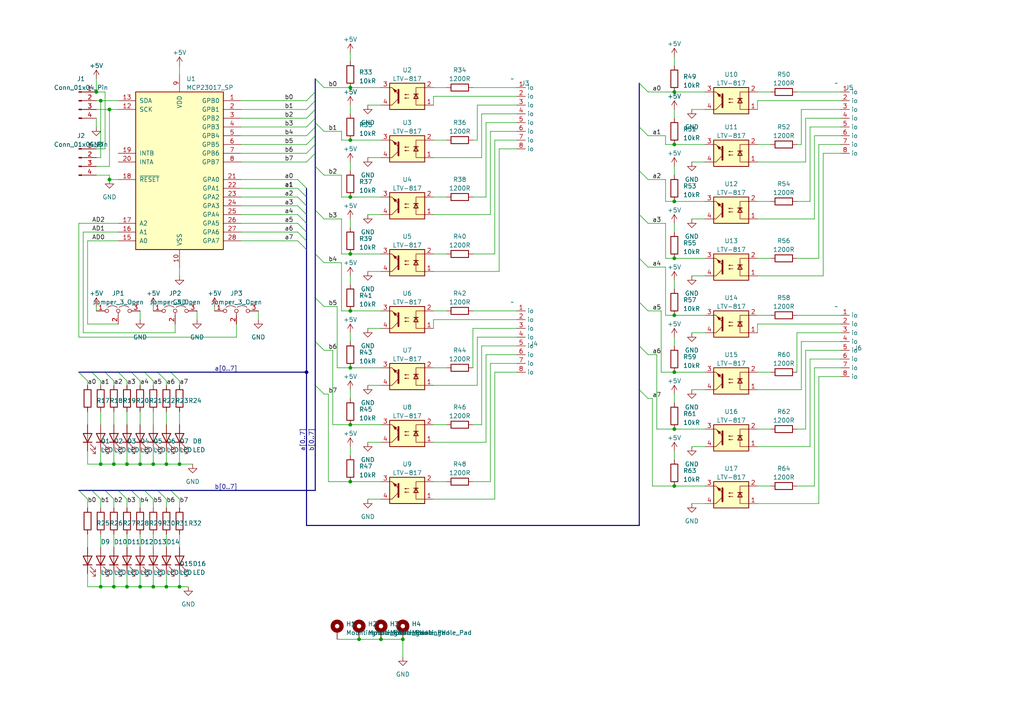
<source format=kicad_sch>
(kicad_sch (version 20230121) (generator eeschema)
  (paper "A4")
  (junction (at 101.6 123.19))
  (junction (at 44.45 134.62))
  (junction (at 101.6 57.15))
  (junction (at 195.58 91.44))
  (junction (at 101.6 90.17))
  (junction (at 195.58 41.91))
  (junction (at 88.9 107.95))
  (junction (at 27.94 26.67))
  (junction (at 33.02 170.18))
  (junction (at 36.83 134.62))
  (junction (at 104.14 185.42))
  (junction (at 29.21 170.18))
  (junction (at 48.26 134.62))
  (junction (at 195.58 124.46))
  (junction (at 101.6 139.7))
  (junction (at 52.07 170.18))
  (junction (at 36.83 170.18))
  (junction (at 48.26 170.18))
  (junction (at 52.07 134.62))
  (junction (at 195.58 74.93))
  (junction (at 31.75 31.75))
  (junction (at 195.58 140.97))
  (junction (at 101.6 25.4))
  (junction (at 195.58 26.67))
  (junction (at 44.45 170.18))
  (junction (at 101.6 106.68))
  (junction (at 101.6 40.64))
  (junction (at 40.64 170.18))
  (junction (at 116.84 185.42))
  (junction (at 195.58 58.42))
  (junction (at 29.21 29.21))
  (junction (at 29.21 134.62))
  (junction (at 101.6 73.66))
  (junction (at 33.02 134.62))
  (junction (at 195.58 107.95))
  (junction (at 40.64 134.62))
  (junction (at 31.75 52.07))
  (junction (at 110.49 185.42))
  (bus_entry (at 41.91 142.24) (size 2.54 2.54))
  (bus_entry (at 91.44 22.86) (size 2.54 2.54))
  (bus_entry (at 91.44 41.91) (size -2.54 2.54))
  (bus_entry (at 38.1 142.24) (size 2.54 2.54))
  (bus_entry (at 91.44 39.37) (size -2.54 2.54))
  (bus_entry (at 185.42 62.23) (size 2.54 2.54))
  (bus_entry (at 26.67 107.95) (size 2.54 2.54))
  (bus_entry (at 185.42 100.33) (size 2.54 2.54))
  (bus_entry (at 86.36 64.77) (size 2.54 2.54))
  (bus_entry (at 91.44 60.96) (size 2.54 2.54))
  (bus_entry (at 34.29 142.24) (size 2.54 2.54))
  (bus_entry (at 91.44 31.75) (size -2.54 2.54))
  (bus_entry (at 91.44 73.66) (size 2.54 2.54))
  (bus_entry (at 22.86 142.24) (size 2.54 2.54))
  (bus_entry (at 185.42 36.83) (size 2.54 2.54))
  (bus_entry (at 185.42 113.03) (size 2.54 2.54))
  (bus_entry (at 91.44 34.29) (size -2.54 2.54))
  (bus_entry (at 45.72 107.95) (size 2.54 2.54))
  (bus_entry (at 185.42 49.53) (size 2.54 2.54))
  (bus_entry (at 45.72 142.24) (size 2.54 2.54))
  (bus_entry (at 91.44 44.45) (size -2.54 2.54))
  (bus_entry (at 38.1 107.95) (size 2.54 2.54))
  (bus_entry (at 86.36 57.15) (size 2.54 2.54))
  (bus_entry (at 185.42 74.93) (size 2.54 2.54))
  (bus_entry (at 41.91 107.95) (size 2.54 2.54))
  (bus_entry (at 86.36 62.23) (size 2.54 2.54))
  (bus_entry (at 49.53 142.24) (size 2.54 2.54))
  (bus_entry (at 86.36 67.31) (size 2.54 2.54))
  (bus_entry (at 91.44 36.83) (size -2.54 2.54))
  (bus_entry (at 86.36 59.69) (size 2.54 2.54))
  (bus_entry (at 91.44 35.56) (size 2.54 2.54))
  (bus_entry (at 34.29 107.95) (size 2.54 2.54))
  (bus_entry (at 185.42 24.13) (size 2.54 2.54))
  (bus_entry (at 26.67 142.24) (size 2.54 2.54))
  (bus_entry (at 30.48 107.95) (size 2.54 2.54))
  (bus_entry (at 88.9 29.21) (size 2.54 -2.54))
  (bus_entry (at 86.36 52.07) (size 2.54 2.54))
  (bus_entry (at 91.44 86.36) (size 2.54 2.54))
  (bus_entry (at 22.86 107.95) (size 2.54 2.54))
  (bus_entry (at 86.36 69.85) (size 2.54 2.54))
  (bus_entry (at 91.44 29.21) (size -2.54 2.54))
  (bus_entry (at 91.44 48.26) (size 2.54 2.54))
  (bus_entry (at 91.44 111.76) (size 2.54 2.54))
  (bus_entry (at 91.44 99.06) (size 2.54 2.54))
  (bus_entry (at 30.48 142.24) (size 2.54 2.54))
  (bus_entry (at 185.42 87.63) (size 2.54 2.54))
  (bus_entry (at 86.36 54.61) (size 2.54 2.54))
  (bus_entry (at 49.53 107.95) (size 2.54 2.54))
  (wire (pts (xy 40.64 90.17) (xy 40.64 92.71)))
  (wire (pts (xy 101.6 90.17) (xy 110.49 90.17)))
  (wire (pts (xy 69.85 31.75) (xy 88.9 31.75)))
  (wire (pts (xy 187.96 77.47) (xy 193.04 77.47)))
  (bus (pts (xy 38.1 142.24) (xy 41.91 142.24)))
  (wire (pts (xy 29.21 119.38) (xy 29.21 123.19)))
  (wire (pts (xy 195.58 91.44) (xy 204.47 91.44)))
  (wire (pts (xy 62.23 88.9) (xy 62.23 90.17)))
  (wire (pts (xy 101.6 40.64) (xy 110.49 40.64)))
  (wire (pts (xy 238.76 44.45) (xy 238.76 80.01)))
  (bus (pts (xy 49.53 142.24) (xy 91.44 142.24)))
  (bus (pts (xy 185.42 113.03) (xy 185.42 152.4)))
  (wire (pts (xy 69.85 62.23) (xy 86.36 62.23)))
  (wire (pts (xy 33.02 166.37) (xy 33.02 170.18)))
  (wire (pts (xy 30.48 43.18) (xy 30.48 26.67)))
  (bus (pts (xy 38.1 107.95) (xy 41.91 107.95)))
  (wire (pts (xy 195.58 97.79) (xy 195.58 100.33)))
  (wire (pts (xy 200.66 31.75) (xy 204.47 31.75)))
  (wire (pts (xy 52.07 19.05) (xy 52.07 21.59)))
  (wire (pts (xy 69.85 41.91) (xy 88.9 41.91)))
  (wire (pts (xy 233.68 34.29) (xy 233.68 46.99)))
  (bus (pts (xy 185.42 24.13) (xy 185.42 36.83)))
  (wire (pts (xy 29.21 130.81) (xy 29.21 134.62)))
  (wire (pts (xy 69.85 44.45) (xy 88.9 44.45)))
  (wire (pts (xy 187.96 39.37) (xy 193.04 39.37)))
  (wire (pts (xy 69.85 54.61) (xy 86.36 54.61)))
  (bus (pts (xy 88.9 152.4) (xy 185.42 152.4)))
  (wire (pts (xy 149.86 105.41) (xy 142.24 105.41)))
  (wire (pts (xy 138.43 40.64) (xy 138.43 30.48)))
  (wire (pts (xy 125.73 45.72) (xy 139.7 45.72)))
  (bus (pts (xy 41.91 142.24) (xy 45.72 142.24)))
  (wire (pts (xy 104.14 185.42) (xy 110.49 185.42)))
  (wire (pts (xy 236.22 106.68) (xy 236.22 140.97)))
  (wire (pts (xy 237.49 41.91) (xy 243.84 41.91)))
  (wire (pts (xy 36.83 134.62) (xy 40.64 134.62)))
  (wire (pts (xy 138.43 97.79) (xy 138.43 111.76)))
  (wire (pts (xy 232.41 31.75) (xy 243.84 31.75)))
  (wire (pts (xy 232.41 41.91) (xy 232.41 31.75)))
  (wire (pts (xy 125.73 73.66) (xy 129.54 73.66)))
  (wire (pts (xy 57.15 90.17) (xy 57.15 92.71)))
  (wire (pts (xy 36.83 166.37) (xy 36.83 170.18)))
  (wire (pts (xy 48.26 110.49) (xy 48.26 111.76)))
  (wire (pts (xy 48.26 170.18) (xy 52.07 170.18)))
  (bus (pts (xy 91.44 29.21) (xy 91.44 31.75)))
  (wire (pts (xy 93.98 114.3) (xy 95.25 114.3)))
  (wire (pts (xy 97.79 185.42) (xy 104.14 185.42)))
  (wire (pts (xy 234.95 36.83) (xy 243.84 36.83)))
  (bus (pts (xy 185.42 87.63) (xy 185.42 100.33)))
  (wire (pts (xy 195.58 26.67) (xy 204.47 26.67)))
  (wire (pts (xy 27.94 31.75) (xy 31.75 31.75)))
  (wire (pts (xy 101.6 106.68) (xy 110.49 106.68)))
  (wire (pts (xy 52.07 80.01) (xy 52.07 77.47)))
  (wire (pts (xy 219.71 124.46) (xy 223.52 124.46)))
  (bus (pts (xy 91.44 35.56) (xy 91.44 36.83)))
  (wire (pts (xy 29.21 170.18) (xy 33.02 170.18)))
  (wire (pts (xy 27.94 45.72) (xy 29.21 45.72)))
  (wire (pts (xy 193.04 64.77) (xy 193.04 74.93)))
  (wire (pts (xy 187.96 115.57) (xy 189.23 115.57)))
  (wire (pts (xy 95.25 114.3) (xy 95.25 139.7)))
  (wire (pts (xy 195.58 58.42) (xy 204.47 58.42)))
  (wire (pts (xy 195.58 107.95) (xy 204.47 107.95)))
  (wire (pts (xy 29.21 144.78) (xy 29.21 147.32)))
  (wire (pts (xy 144.78 43.18) (xy 144.78 78.74)))
  (wire (pts (xy 232.41 99.06) (xy 232.41 113.03)))
  (wire (pts (xy 106.68 144.78) (xy 110.49 144.78)))
  (wire (pts (xy 25.4 134.62) (xy 29.21 134.62)))
  (wire (pts (xy 125.73 90.17) (xy 129.54 90.17)))
  (wire (pts (xy 195.58 64.77) (xy 195.58 67.31)))
  (wire (pts (xy 101.6 63.5) (xy 101.6 66.04)))
  (wire (pts (xy 125.73 92.71) (xy 149.86 92.71)))
  (wire (pts (xy 96.52 101.6) (xy 96.52 123.19)))
  (wire (pts (xy 191.77 107.95) (xy 195.58 107.95)))
  (wire (pts (xy 219.71 93.98) (xy 243.84 93.98)))
  (wire (pts (xy 40.64 170.18) (xy 44.45 170.18)))
  (wire (pts (xy 193.04 91.44) (xy 195.58 91.44)))
  (wire (pts (xy 33.02 110.49) (xy 33.02 111.76)))
  (bus (pts (xy 185.42 62.23) (xy 185.42 74.93)))
  (wire (pts (xy 190.5 102.87) (xy 190.5 124.46)))
  (wire (pts (xy 193.04 52.07) (xy 193.04 58.42)))
  (wire (pts (xy 99.06 73.66) (xy 101.6 73.66)))
  (wire (pts (xy 25.4 93.98) (xy 25.4 69.85)))
  (wire (pts (xy 44.45 170.18) (xy 48.26 170.18)))
  (wire (pts (xy 143.51 107.95) (xy 149.86 107.95)))
  (wire (pts (xy 69.85 46.99) (xy 88.9 46.99)))
  (wire (pts (xy 231.14 74.93) (xy 237.49 74.93)))
  (wire (pts (xy 52.07 170.18) (xy 54.61 170.18)))
  (wire (pts (xy 236.22 140.97) (xy 231.14 140.97)))
  (wire (pts (xy 125.73 106.68) (xy 129.54 106.68)))
  (wire (pts (xy 125.73 25.4) (xy 129.54 25.4)))
  (wire (pts (xy 27.94 50.8) (xy 31.75 50.8)))
  (wire (pts (xy 101.6 123.19) (xy 110.49 123.19)))
  (bus (pts (xy 45.72 142.24) (xy 49.53 142.24)))
  (wire (pts (xy 44.45 144.78) (xy 44.45 147.32)))
  (wire (pts (xy 68.58 97.79) (xy 22.86 97.79)))
  (wire (pts (xy 106.68 95.25) (xy 110.49 95.25)))
  (wire (pts (xy 243.84 39.37) (xy 236.22 39.37)))
  (wire (pts (xy 44.45 134.62) (xy 48.26 134.62)))
  (wire (pts (xy 69.85 64.77) (xy 86.36 64.77)))
  (wire (pts (xy 93.98 76.2) (xy 99.06 76.2)))
  (wire (pts (xy 106.68 45.72) (xy 110.49 45.72)))
  (wire (pts (xy 33.02 119.38) (xy 33.02 123.19)))
  (wire (pts (xy 125.73 40.64) (xy 129.54 40.64)))
  (wire (pts (xy 44.45 88.9) (xy 44.45 90.17)))
  (wire (pts (xy 231.14 41.91) (xy 232.41 41.91)))
  (wire (pts (xy 139.7 123.19) (xy 137.16 123.19)))
  (wire (pts (xy 96.52 123.19) (xy 101.6 123.19)))
  (wire (pts (xy 219.71 74.93) (xy 223.52 74.93)))
  (wire (pts (xy 219.71 29.21) (xy 243.84 29.21)))
  (wire (pts (xy 27.94 22.86) (xy 27.94 26.67)))
  (bus (pts (xy 45.72 107.95) (xy 49.53 107.95)))
  (wire (pts (xy 191.77 90.17) (xy 191.77 107.95)))
  (wire (pts (xy 125.73 30.48) (xy 125.73 27.94)))
  (wire (pts (xy 101.6 73.66) (xy 110.49 73.66)))
  (bus (pts (xy 91.44 41.91) (xy 91.44 44.45)))
  (wire (pts (xy 233.68 124.46) (xy 231.14 124.46)))
  (wire (pts (xy 97.79 106.68) (xy 101.6 106.68)))
  (wire (pts (xy 29.21 154.94) (xy 29.21 158.75)))
  (wire (pts (xy 29.21 166.37) (xy 29.21 170.18)))
  (wire (pts (xy 101.6 25.4) (xy 110.49 25.4)))
  (wire (pts (xy 193.04 41.91) (xy 195.58 41.91)))
  (wire (pts (xy 25.4 130.81) (xy 25.4 134.62)))
  (wire (pts (xy 40.64 110.49) (xy 40.64 111.76)))
  (bus (pts (xy 26.67 107.95) (xy 30.48 107.95)))
  (wire (pts (xy 101.6 46.99) (xy 101.6 49.53)))
  (wire (pts (xy 99.06 76.2) (xy 99.06 90.17)))
  (wire (pts (xy 36.83 130.81) (xy 36.83 134.62)))
  (wire (pts (xy 195.58 48.26) (xy 195.58 50.8)))
  (wire (pts (xy 44.45 130.81) (xy 44.45 134.62)))
  (wire (pts (xy 48.26 119.38) (xy 48.26 123.19)))
  (wire (pts (xy 50.8 96.52) (xy 24.13 96.52)))
  (wire (pts (xy 200.66 129.54) (xy 204.47 129.54)))
  (wire (pts (xy 139.7 33.02) (xy 139.7 45.72)))
  (wire (pts (xy 234.95 58.42) (xy 234.95 36.83)))
  (wire (pts (xy 69.85 29.21) (xy 88.9 29.21)))
  (wire (pts (xy 187.96 102.87) (xy 190.5 102.87)))
  (wire (pts (xy 52.07 144.78) (xy 52.07 147.32)))
  (wire (pts (xy 40.64 130.81) (xy 40.64 134.62)))
  (wire (pts (xy 125.73 128.27) (xy 140.97 128.27)))
  (wire (pts (xy 101.6 96.52) (xy 101.6 99.06)))
  (wire (pts (xy 33.02 154.94) (xy 33.02 158.75)))
  (wire (pts (xy 31.75 50.8) (xy 31.75 52.07)))
  (wire (pts (xy 74.93 90.17) (xy 74.93 92.71)))
  (wire (pts (xy 219.71 113.03) (xy 232.41 113.03)))
  (wire (pts (xy 52.07 110.49) (xy 52.07 111.76)))
  (wire (pts (xy 44.45 110.49) (xy 44.45 111.76)))
  (wire (pts (xy 231.14 26.67) (xy 243.84 26.67)))
  (wire (pts (xy 99.06 50.8) (xy 99.06 57.15)))
  (wire (pts (xy 143.51 40.64) (xy 149.86 40.64)))
  (wire (pts (xy 33.02 130.81) (xy 33.02 134.62)))
  (wire (pts (xy 24.13 67.31) (xy 34.29 67.31)))
  (wire (pts (xy 125.73 123.19) (xy 129.54 123.19)))
  (wire (pts (xy 27.94 29.21) (xy 29.21 29.21)))
  (wire (pts (xy 69.85 57.15) (xy 86.36 57.15)))
  (wire (pts (xy 243.84 99.06) (xy 232.41 99.06)))
  (wire (pts (xy 36.83 144.78) (xy 36.83 147.32)))
  (bus (pts (xy 185.42 74.93) (xy 185.42 87.63)))
  (bus (pts (xy 91.44 99.06) (xy 91.44 111.76)))
  (wire (pts (xy 34.29 93.98) (xy 25.4 93.98)))
  (bus (pts (xy 88.9 59.69) (xy 88.9 62.23)))
  (bus (pts (xy 91.44 73.66) (xy 91.44 86.36)))
  (wire (pts (xy 95.25 139.7) (xy 101.6 139.7)))
  (wire (pts (xy 22.86 64.77) (xy 34.29 64.77)))
  (wire (pts (xy 101.6 15.24) (xy 101.6 17.78)))
  (wire (pts (xy 189.23 140.97) (xy 195.58 140.97)))
  (wire (pts (xy 27.94 88.9) (xy 27.94 90.17)))
  (wire (pts (xy 69.85 69.85) (xy 86.36 69.85)))
  (wire (pts (xy 29.21 45.72) (xy 29.21 29.21)))
  (wire (pts (xy 200.66 96.52) (xy 204.47 96.52)))
  (wire (pts (xy 93.98 88.9) (xy 97.79 88.9)))
  (bus (pts (xy 185.42 36.83) (xy 185.42 49.53)))
  (wire (pts (xy 143.51 73.66) (xy 143.51 40.64)))
  (wire (pts (xy 69.85 67.31) (xy 86.36 67.31)))
  (bus (pts (xy 22.86 107.95) (xy 26.67 107.95)))
  (bus (pts (xy 91.44 22.86) (xy 91.44 26.67)))
  (wire (pts (xy 106.68 30.48) (xy 110.49 30.48)))
  (wire (pts (xy 195.58 74.93) (xy 204.47 74.93)))
  (wire (pts (xy 36.83 110.49) (xy 36.83 111.76)))
  (wire (pts (xy 234.95 129.54) (xy 234.95 104.14)))
  (wire (pts (xy 25.4 69.85) (xy 34.29 69.85)))
  (bus (pts (xy 88.9 69.85) (xy 88.9 72.39)))
  (bus (pts (xy 88.9 54.61) (xy 88.9 57.15)))
  (wire (pts (xy 25.4 110.49) (xy 25.4 111.76)))
  (wire (pts (xy 140.97 102.87) (xy 149.86 102.87)))
  (wire (pts (xy 25.4 170.18) (xy 29.21 170.18)))
  (wire (pts (xy 137.16 25.4) (xy 149.86 25.4)))
  (wire (pts (xy 106.68 62.23) (xy 110.49 62.23)))
  (wire (pts (xy 195.58 41.91) (xy 204.47 41.91)))
  (wire (pts (xy 243.84 106.68) (xy 236.22 106.68)))
  (wire (pts (xy 187.96 64.77) (xy 193.04 64.77)))
  (wire (pts (xy 50.8 93.98) (xy 50.8 96.52)))
  (wire (pts (xy 106.68 111.76) (xy 110.49 111.76)))
  (wire (pts (xy 219.71 31.75) (xy 219.71 29.21)))
  (wire (pts (xy 93.98 63.5) (xy 99.06 63.5)))
  (wire (pts (xy 142.24 139.7) (xy 137.16 139.7)))
  (wire (pts (xy 48.26 130.81) (xy 48.26 134.62)))
  (wire (pts (xy 48.26 144.78) (xy 48.26 147.32)))
  (wire (pts (xy 101.6 57.15) (xy 110.49 57.15)))
  (wire (pts (xy 125.73 78.74) (xy 144.78 78.74)))
  (wire (pts (xy 33.02 134.62) (xy 36.83 134.62)))
  (wire (pts (xy 143.51 144.78) (xy 143.51 107.95)))
  (wire (pts (xy 68.58 93.98) (xy 68.58 97.79)))
  (wire (pts (xy 200.66 63.5) (xy 204.47 63.5)))
  (wire (pts (xy 237.49 146.05) (xy 237.49 109.22)))
  (bus (pts (xy 88.9 107.95) (xy 88.9 152.4)))
  (bus (pts (xy 88.9 62.23) (xy 88.9 64.77)))
  (wire (pts (xy 52.07 134.62) (xy 55.88 134.62)))
  (wire (pts (xy 93.98 50.8) (xy 99.06 50.8)))
  (wire (pts (xy 149.86 33.02) (xy 139.7 33.02)))
  (wire (pts (xy 44.45 119.38) (xy 44.45 123.19)))
  (wire (pts (xy 140.97 35.56) (xy 149.86 35.56)))
  (wire (pts (xy 69.85 36.83) (xy 88.9 36.83)))
  (wire (pts (xy 236.22 39.37) (xy 236.22 63.5)))
  (bus (pts (xy 26.67 142.24) (xy 30.48 142.24)))
  (wire (pts (xy 137.16 95.25) (xy 149.86 95.25)))
  (bus (pts (xy 91.44 34.29) (xy 91.44 35.56)))
  (wire (pts (xy 195.58 140.97) (xy 204.47 140.97)))
  (wire (pts (xy 27.94 43.18) (xy 30.48 43.18)))
  (wire (pts (xy 33.02 170.18) (xy 36.83 170.18)))
  (wire (pts (xy 233.68 101.6) (xy 233.68 124.46)))
  (wire (pts (xy 149.86 100.33) (xy 139.7 100.33)))
  (wire (pts (xy 125.73 111.76) (xy 138.43 111.76)))
  (bus (pts (xy 185.42 100.33) (xy 185.42 113.03)))
  (wire (pts (xy 48.26 134.62) (xy 52.07 134.62)))
  (wire (pts (xy 195.58 130.81) (xy 195.58 133.35)))
  (wire (pts (xy 195.58 124.46) (xy 204.47 124.46)))
  (bus (pts (xy 49.53 107.95) (xy 88.9 107.95)))
  (bus (pts (xy 30.48 142.24) (xy 34.29 142.24)))
  (bus (pts (xy 91.44 111.76) (xy 91.44 142.24)))
  (wire (pts (xy 137.16 57.15) (xy 140.97 57.15)))
  (wire (pts (xy 144.78 43.18) (xy 149.86 43.18)))
  (wire (pts (xy 29.21 29.21) (xy 34.29 29.21)))
  (wire (pts (xy 27.94 48.26) (xy 31.75 48.26)))
  (wire (pts (xy 93.98 101.6) (xy 96.52 101.6)))
  (wire (pts (xy 31.75 52.07) (xy 34.29 52.07)))
  (bus (pts (xy 91.44 60.96) (xy 91.44 73.66)))
  (wire (pts (xy 52.07 130.81) (xy 52.07 134.62)))
  (wire (pts (xy 193.04 39.37) (xy 193.04 41.91)))
  (bus (pts (xy 91.44 31.75) (xy 91.44 34.29)))
  (bus (pts (xy 88.9 67.31) (xy 88.9 69.85)))
  (wire (pts (xy 40.64 144.78) (xy 40.64 147.32)))
  (wire (pts (xy 200.66 113.03) (xy 204.47 113.03)))
  (wire (pts (xy 219.71 96.52) (xy 219.71 93.98)))
  (bus (pts (xy 88.9 72.39) (xy 88.9 107.95)))
  (wire (pts (xy 219.71 107.95) (xy 223.52 107.95)))
  (wire (pts (xy 219.71 46.99) (xy 233.68 46.99)))
  (wire (pts (xy 149.86 38.1) (xy 142.24 38.1)))
  (wire (pts (xy 125.73 62.23) (xy 142.24 62.23)))
  (wire (pts (xy 142.24 38.1) (xy 142.24 62.23)))
  (bus (pts (xy 88.9 57.15) (xy 88.9 59.69)))
  (wire (pts (xy 31.75 48.26) (xy 31.75 31.75)))
  (wire (pts (xy 25.4 154.94) (xy 25.4 158.75)))
  (wire (pts (xy 187.96 52.07) (xy 193.04 52.07)))
  (wire (pts (xy 44.45 166.37) (xy 44.45 170.18)))
  (wire (pts (xy 40.64 119.38) (xy 40.64 123.19)))
  (wire (pts (xy 125.73 139.7) (xy 129.54 139.7)))
  (wire (pts (xy 137.16 40.64) (xy 138.43 40.64)))
  (wire (pts (xy 25.4 119.38) (xy 25.4 123.19)))
  (wire (pts (xy 139.7 100.33) (xy 139.7 123.19)))
  (wire (pts (xy 93.98 38.1) (xy 99.06 38.1)))
  (wire (pts (xy 219.71 91.44) (xy 223.52 91.44)))
  (wire (pts (xy 140.97 57.15) (xy 140.97 35.56)))
  (wire (pts (xy 219.71 80.01) (xy 238.76 80.01)))
  (wire (pts (xy 52.07 166.37) (xy 52.07 170.18)))
  (wire (pts (xy 200.66 146.05) (xy 204.47 146.05)))
  (wire (pts (xy 193.04 58.42) (xy 195.58 58.42)))
  (wire (pts (xy 36.83 119.38) (xy 36.83 123.19)))
  (wire (pts (xy 200.66 46.99) (xy 204.47 46.99)))
  (wire (pts (xy 33.02 144.78) (xy 33.02 147.32)))
  (wire (pts (xy 99.06 57.15) (xy 101.6 57.15)))
  (wire (pts (xy 110.49 185.42) (xy 116.84 185.42)))
  (wire (pts (xy 106.68 78.74) (xy 110.49 78.74)))
  (wire (pts (xy 29.21 134.62) (xy 33.02 134.62)))
  (bus (pts (xy 34.29 142.24) (xy 38.1 142.24)))
  (wire (pts (xy 195.58 31.75) (xy 195.58 34.29)))
  (wire (pts (xy 106.68 128.27) (xy 110.49 128.27)))
  (bus (pts (xy 185.42 49.53) (xy 185.42 62.23)))
  (bus (pts (xy 30.48 107.95) (xy 34.29 107.95)))
  (wire (pts (xy 116.84 185.42) (xy 116.84 190.5)))
  (wire (pts (xy 125.73 27.94) (xy 149.86 27.94)))
  (wire (pts (xy 237.49 74.93) (xy 237.49 41.91)))
  (wire (pts (xy 97.79 88.9) (xy 97.79 106.68)))
  (wire (pts (xy 195.58 114.3) (xy 195.58 116.84)))
  (wire (pts (xy 22.86 97.79) (xy 22.86 64.77)))
  (wire (pts (xy 137.16 90.17) (xy 149.86 90.17)))
  (wire (pts (xy 125.73 95.25) (xy 125.73 92.71)))
  (wire (pts (xy 195.58 16.51) (xy 195.58 19.05)))
  (wire (pts (xy 101.6 80.01) (xy 101.6 82.55)))
  (wire (pts (xy 99.06 40.64) (xy 101.6 40.64)))
  (wire (pts (xy 243.84 101.6) (xy 233.68 101.6)))
  (wire (pts (xy 138.43 30.48) (xy 149.86 30.48)))
  (wire (pts (xy 36.83 170.18) (xy 40.64 170.18)))
  (wire (pts (xy 142.24 105.41) (xy 142.24 139.7)))
  (wire (pts (xy 40.64 134.62) (xy 44.45 134.62)))
  (bus (pts (xy 91.44 39.37) (xy 91.44 41.91)))
  (bus (pts (xy 91.44 44.45) (xy 91.44 48.26)))
  (wire (pts (xy 52.07 154.94) (xy 52.07 158.75)))
  (wire (pts (xy 187.96 90.17) (xy 191.77 90.17)))
  (wire (pts (xy 243.84 34.29) (xy 233.68 34.29)))
  (bus (pts (xy 34.29 107.95) (xy 38.1 107.95)))
  (wire (pts (xy 101.6 30.48) (xy 101.6 33.02)))
  (wire (pts (xy 25.4 166.37) (xy 25.4 170.18)))
  (wire (pts (xy 30.48 26.67) (xy 27.94 26.67)))
  (wire (pts (xy 231.14 91.44) (xy 243.84 91.44)))
  (wire (pts (xy 36.83 154.94) (xy 36.83 158.75)))
  (wire (pts (xy 137.16 106.68) (xy 137.16 95.25)))
  (wire (pts (xy 231.14 107.95) (xy 231.14 96.52)))
  (wire (pts (xy 231.14 58.42) (xy 234.95 58.42)))
  (wire (pts (xy 31.75 31.75) (xy 34.29 31.75)))
  (wire (pts (xy 219.71 146.05) (xy 237.49 146.05)))
  (bus (pts (xy 41.91 107.95) (xy 45.72 107.95)))
  (wire (pts (xy 189.23 115.57) (xy 189.23 140.97)))
  (wire (pts (xy 25.4 144.78) (xy 25.4 147.32)))
  (wire (pts (xy 101.6 113.03) (xy 101.6 115.57)))
  (wire (pts (xy 24.13 96.52) (xy 24.13 67.31)))
  (wire (pts (xy 99.06 63.5) (xy 99.06 73.66)))
  (wire (pts (xy 48.26 166.37) (xy 48.26 170.18)))
  (wire (pts (xy 219.71 63.5) (xy 236.22 63.5)))
  (wire (pts (xy 40.64 166.37) (xy 40.64 170.18)))
  (wire (pts (xy 193.04 74.93) (xy 195.58 74.93)))
  (wire (pts (xy 190.5 124.46) (xy 195.58 124.46)))
  (wire (pts (xy 99.06 90.17) (xy 101.6 90.17)))
  (wire (pts (xy 40.64 154.94) (xy 40.64 158.75)))
  (wire (pts (xy 237.49 109.22) (xy 243.84 109.22)))
  (wire (pts (xy 99.06 38.1) (xy 99.06 40.64)))
  (wire (pts (xy 195.58 81.28) (xy 195.58 83.82)))
  (wire (pts (xy 29.21 110.49) (xy 29.21 111.76)))
  (wire (pts (xy 125.73 57.15) (xy 129.54 57.15)))
  (bus (pts (xy 91.44 48.26) (xy 91.44 60.96)))
  (wire (pts (xy 200.66 80.01) (xy 204.47 80.01)))
  (wire (pts (xy 125.73 144.78) (xy 143.51 144.78)))
  (bus (pts (xy 22.86 142.24) (xy 26.67 142.24)))
  (wire (pts (xy 27.94 34.29) (xy 27.94 36.83)))
  (wire (pts (xy 140.97 128.27) (xy 140.97 102.87)))
  (wire (pts (xy 137.16 73.66) (xy 143.51 73.66)))
  (wire (pts (xy 238.76 44.45) (xy 243.84 44.45)))
  (wire (pts (xy 219.71 58.42) (xy 223.52 58.42)))
  (wire (pts (xy 193.04 77.47) (xy 193.04 91.44)))
  (wire (pts (xy 69.85 34.29) (xy 88.9 34.29)))
  (wire (pts (xy 219.71 26.67) (xy 223.52 26.67)))
  (wire (pts (xy 231.14 96.52) (xy 243.84 96.52)))
  (wire (pts (xy 234.95 104.14) (xy 243.84 104.14)))
  (bus (pts (xy 91.44 36.83) (xy 91.44 39.37)))
  (wire (pts (xy 219.71 129.54) (xy 234.95 129.54)))
  (wire (pts (xy 69.85 52.07) (xy 86.36 52.07)))
  (wire (pts (xy 44.45 154.94) (xy 44.45 158.75)))
  (wire (pts (xy 149.86 97.79) (xy 138.43 97.79)))
  (bus (pts (xy 91.44 86.36) (xy 91.44 99.06)))
  (wire (pts (xy 219.71 41.91) (xy 223.52 41.91)))
  (wire (pts (xy 101.6 139.7) (xy 110.49 139.7)))
  (wire (pts (xy 69.85 59.69) (xy 86.36 59.69)))
  (wire (pts (xy 101.6 129.54) (xy 101.6 132.08)))
  (wire (pts (xy 69.85 39.37) (xy 88.9 39.37)))
  (wire (pts (xy 93.98 25.4) (xy 101.6 25.4)))
  (wire (pts (xy 52.07 119.38) (xy 52.07 123.19)))
  (wire (pts (xy 219.71 140.97) (xy 223.52 140.97)))
  (wire (pts (xy 48.26 154.94) (xy 48.26 158.75)))
  (bus (pts (xy 88.9 64.77) (xy 88.9 67.31)))
  (bus (pts (xy 91.44 26.67) (xy 91.44 29.21)))
  (wire (pts (xy 187.96 26.67) (xy 195.58 26.67)))
  (label "b0" (at 95.25 25.4 0))
  (label "b1" (at 29.21 146.05 0))
  (label "b2" (at 33.02 146.05 0))
  (label "a3" (at 189.23 64.77 0))
  (label "a6" (at 189.23 102.87 0))
  (label "b0" (at 25.4 146.05 0))
  (label "b2" (at 82.55 34.29 0))
  (label "a2" (at 33.02 111.76 0))
  (label "a7" (at 82.55 69.85 0))
  (label "b[0..7]" (at 62.23 142.24 0))
  (label "b6" (at 48.26 146.05 0))
  (label "b6" (at 95.25 101.6 0))
  (label "a1" (at 82.55 54.61 0))
  (label "a3" (at 36.83 111.76 0))
  (label "b2" (at 95.25 50.8 0))
  (label "b3" (at 95.25 63.5 0))
  (label "b4" (at 40.64 146.05 0))
  (label "b3" (at 36.83 146.05 0))
  (label "a[0..7]" (at 62.23 107.95 0))
  (label "a[0..7]" (at 88.9 130.81 90))
  (label "b[0..7]" (at 91.44 130.81 90))
  (label "b5" (at 44.45 146.05 0))
  (label "a1" (at 189.23 39.37 0))
  (label "a5" (at 44.45 111.76 0))
  (label "b5" (at 82.55 41.91 0))
  (label "a4" (at 40.64 111.76 0))
  (label "AD0" (at 26.67 69.85 0))
  (label "b0" (at 82.55 29.21 0))
  (label "a2" (at 82.55 57.15 0))
  (label "b4" (at 95.25 76.2 0))
  (label "b7" (at 52.07 146.05 0))
  (label "a6" (at 82.55 67.31 0))
  (label "a5" (at 189.23 90.17 0))
  (label "a0" (at 189.23 26.67 0))
  (label "a0" (at 25.4 111.76 0))
  (label "a6" (at 48.26 111.76 0))
  (label "a4" (at 82.55 62.23 0))
  (label "AD2" (at 26.67 64.77 0))
  (label "a7" (at 189.23 115.57 0))
  (label "a7" (at 52.07 111.76 0))
  (label "a4" (at 189.23 77.47 0))
  (label "b3" (at 82.55 36.83 0))
  (label "b1" (at 82.55 31.75 0))
  (label "a1" (at 29.21 111.76 0))
  (label "b5" (at 95.25 88.9 0))
  (label "b1" (at 95.25 38.1 0))
  (label "a3" (at 82.55 59.69 0))
  (label "a0" (at 82.55 52.07 0))
  (label "b6" (at 82.55 44.45 0))
  (label "b7" (at 95.25 114.3 0))
  (label "a2" (at 189.23 52.07 0))
  (label "b4" (at 82.55 39.37 0))
  (label "b7" (at 82.55 46.99 0))
  (label "AD1" (at 26.67 67.31 0))
  (label "a1" (at 82.55 54.61 0))
  (label "a5" (at 82.55 64.77 0))
  (symbol (lib_id "Device:R") (at 101.6 86.36 0) (unit 1)
    (property "Reference" "R41" (at 104.14 85.725 0) (effects (justify left)))
    (property "Value" "10kR" (at 104.14 88.265 0) (effects (justify left)))
    (property "Footprint" "Resistor_THT:R_Axial_DIN0204_L3.6mm_D1.6mm_P7.62mm_Horizontal" (effects hide))
  )
  (symbol (lib_id "Interface_Expansion:MCP23017_SP") (at 52.07 49.53 0) (unit 1)
    (property "Reference" "U1" (at 54.0259 22.86 0) (effects (justify left)))
    (property "Value" "MCP23017_SP" (at 54.0259 25.4 0) (effects (justify left)))
    (property "Footprint" "Package_DIP:DIP-28_W7.62mm" (effects hide))
    (property "Datasheet" "http://ww1.microchip.com/downloads/en/DeviceDoc/20001952C.pdf" (effects hide))
  )
  (symbol (lib_id "power:GND") (at 106.68 128.27 0) (unit 1)
    (property "Reference" "#PWR028" (effects hide))
    (property "Value" "GND" (at 106.68 133.35 0))
  )
  (symbol (lib_id "power:GND") (at 54.61 170.18 0) (unit 1)
    (property "Reference" "#PWR013" (effects hide))
    (property "Value" "GND" (at 54.61 175.26 0))
  )
  (symbol (lib_id "parts_tma_1:AST041-8") (at 149.86 90.17 0) (mirror y) (unit 1)
    (property "Reference" "J4" (at 153.67 99.695 0) (effects (justify right)))
    (property "Value" "~" (at 148.59 87.63 0))
    (property "Footprint" "parts_tma_1:AST041-08" (effects hide))
  )
  (symbol (lib_id "power:+5V") (at 195.58 114.3 0) (unit 1)
    (property "Reference" "#PWR043" (effects hide))
    (property "Value" "+5V" (at 195.58 110.49 0))
  )
  (symbol (lib_id "Device:R") (at 133.35 123.19 90) (unit 1)
    (property "Reference" "R46" (at 133.35 118.11 90))
    (property "Value" "1200R" (at 133.35 120.65 90))
    (property "Footprint" "Resistor_THT:R_Axial_DIN0204_L3.6mm_D1.6mm_P7.62mm_Horizontal" (effects hide))
  )
  (symbol (lib_id "Device:R") (at 133.35 106.68 90) (unit 1)
    (property "Reference" "R44" (at 133.35 101.6 90))
    (property "Value" "1200R" (at 133.35 104.14 90))
    (property "Footprint" "Resistor_THT:R_Axial_DIN0204_L3.6mm_D1.6mm_P7.62mm_Horizontal" (effects hide))
  )
  (symbol (lib_id "power:+5V") (at 101.6 80.01 0) (unit 1)
    (property "Reference" "#PWR023" (effects hide))
    (property "Value" "+5V" (at 101.6 76.2 0))
  )
  (symbol (lib_id "power:+5V") (at 195.58 16.51 0) (unit 1)
    (property "Reference" "#PWR031" (effects hide))
    (property "Value" "+5V" (at 195.58 12.7 0))
  )
  (symbol (lib_id "power:GND") (at 106.68 62.23 0) (unit 1)
    (property "Reference" "#PWR020" (effects hide))
    (property "Value" "GND" (at 106.68 67.31 0))
  )
  (symbol (lib_id "power:GND") (at 74.93 92.71 0) (unit 1)
    (property "Reference" "#PWR011" (effects hide))
    (property "Value" "GND" (at 74.93 97.79 0))
  )
  (symbol (lib_id "Device:R") (at 44.45 151.13 180) (unit 1)
    (property "Reference" "R30" (at 46.99 151.765 0) (effects (justify right)))
    (property "Value" "330R" (effects hide))
    (property "Footprint" "Resistor_THT:R_Axial_DIN0204_L3.6mm_D1.6mm_P7.62mm_Horizontal" (effects hide))
  )
  (symbol (lib_id "Device:R") (at 227.33 58.42 90) (unit 1)
    (property "Reference" "R54" (at 227.33 53.34 90))
    (property "Value" "1200R" (at 227.33 55.88 90))
    (property "Footprint" "Resistor_THT:R_Axial_DIN0204_L3.6mm_D1.6mm_P7.62mm_Horizontal" (effects hide))
  )
  (symbol (lib_id "Device:R") (at 101.6 69.85 0) (unit 1)
    (property "Reference" "R39" (at 104.14 69.215 0) (effects (justify left)))
    (property "Value" "10kR" (at 104.14 71.755 0) (effects (justify left)))
    (property "Footprint" "Resistor_THT:R_Axial_DIN0204_L3.6mm_D1.6mm_P7.62mm_Horizontal" (effects hide))
  )
  (symbol (lib_id "Device:LED") (at 48.26 127 90) (unit 1)
    (property "Reference" "D7" (at 52.07 127.9525 90) (effects (justify right)))
    (property "Value" "LED" (at 52.07 130.4925 90) (effects (justify right)))
    (property "Footprint" "LED_THT:LED_D5.0mm" (effects hide))
  )
  (symbol (lib_id "Device:R") (at 101.6 102.87 0) (unit 1)
    (property "Reference" "R43" (at 104.14 102.235 0) (effects (justify left)))
    (property "Value" "10kR" (at 104.14 104.775 0) (effects (justify left)))
    (property "Footprint" "Resistor_THT:R_Axial_DIN0204_L3.6mm_D1.6mm_P7.62mm_Horizontal" (effects hide))
  )
  (symbol (lib_id "Device:R") (at 29.21 115.57 180) (unit 1)
    (property "Reference" "R18" (at 31.75 116.205 0) (effects (justify right)))
    (property "Value" "330R" (effects hide))
    (property "Footprint" "Resistor_THT:R_Axial_DIN0204_L3.6mm_D1.6mm_P7.62mm_Horizontal" (effects hide))
  )
  (symbol (lib_id "Device:R") (at 40.64 151.13 180) (unit 1)
    (property "Reference" "R29" (at 43.18 151.765 0) (effects (justify right)))
    (property "Value" "330R" (effects hide))
    (property "Footprint" "Resistor_THT:R_Axial_DIN0204_L3.6mm_D1.6mm_P7.62mm_Horizontal" (effects hide))
  )
  (symbol (lib_id "power:GND") (at 116.84 190.5 0) (unit 1)
    (property "Reference" "#PWR014" (effects hide))
    (property "Value" "GND" (at 116.84 195.58 0))
  )
  (symbol (lib_id "Device:R") (at 133.35 139.7 90) (unit 1)
    (property "Reference" "R48" (at 133.35 134.62 90))
    (property "Value" "1200R" (at 133.35 137.16 90))
    (property "Footprint" "Resistor_THT:R_Axial_DIN0204_L3.6mm_D1.6mm_P7.62mm_Horizontal" (effects hide))
  )
  (symbol (lib_id "Jumper:Jumper_3_Open") (at 50.8 90.17 0) (unit 1)
    (property "Reference" "JP2" (at 50.8 85.09 0))
    (property "Value" "Jumper_3_Open" (at 50.8 87.63 0))
    (property "Footprint" "Connector_PinHeader_2.54mm:PinHeader_1x03_P2.54mm_Vertical" (effects hide))
  )
  (symbol (lib_id "Device:R") (at 52.07 151.13 180) (unit 1)
    (property "Reference" "R32" (at 54.61 151.765 0) (effects (justify right)))
    (property "Value" "330R" (effects hide))
    (property "Footprint" "Resistor_THT:R_Axial_DIN0204_L3.6mm_D1.6mm_P7.62mm_Horizontal" (effects hide))
  )
  (symbol (lib_id "Device:LED") (at 36.83 162.56 90) (unit 1)
    (property "Reference" "D12" (at 40.64 157.1625 90) (effects (justify right)))
    (property "Value" "LED" (at 40.64 166.0525 90) (effects (justify right)))
    (property "Footprint" "LED_THT:LED_D5.0mm" (effects hide))
  )
  (symbol (lib_id "Device:R") (at 40.64 115.57 180) (unit 1)
    (property "Reference" "R21" (at 43.18 116.205 0) (effects (justify right)))
    (property "Value" "330R" (effects hide))
    (property "Footprint" "Resistor_THT:R_Axial_DIN0204_L3.6mm_D1.6mm_P7.62mm_Horizontal" (effects hide))
  )
  (symbol (lib_id "power:GND") (at 106.68 144.78 0) (unit 1)
    (property "Reference" "#PWR030" (effects hide))
    (property "Value" "GND" (at 106.68 149.86 0))
  )
  (symbol (lib_id "power:+5V") (at 52.07 19.05 0) (unit 1)
    (property "Reference" "#PWR01" (effects hide))
    (property "Value" "+5V" (at 52.07 15.24 0))
  )
  (symbol (lib_id "power:GND") (at 31.75 52.07 0) (unit 1)
    (property "Reference" "#PWR04" (effects hide))
    (property "Value" "GND" (at 31.75 57.15 0))
  )
  (symbol (lib_id "Isolator:LTV-817") (at 212.09 110.49 180) (unit 1)
    (property "Reference" "U15" (at 212.09 102.87 0))
    (property "Value" "LTV-817" (at 212.09 105.41 0))
    (property "Footprint" "Package_DIP:DIP-4_W7.62mm" (effects hide))
    (property "Datasheet" "http://www.us.liteon.com/downloads/LTV-817-827-847.PDF" (effects hide))
  )
  (symbol (lib_id "Device:R") (at 195.58 54.61 0) (unit 1)
    (property "Reference" "R53" (at 198.12 53.975 0) (effects (justify left)))
    (property "Value" "10kR" (at 198.12 56.515 0) (effects (justify left)))
    (property "Footprint" "Resistor_THT:R_Axial_DIN0204_L3.6mm_D1.6mm_P7.62mm_Horizontal" (effects hide))
  )
  (symbol (lib_id "power:+5V") (at 101.6 15.24 0) (unit 1)
    (property "Reference" "#PWR016" (effects hide))
    (property "Value" "+5V" (at 101.6 11.43 0))
  )
  (symbol (lib_id "Device:LED") (at 52.07 162.56 90) (unit 1)
    (property "Reference" "D16" (at 55.88 163.5125 90) (effects (justify right)))
    (property "Value" "LED" (at 55.88 166.0525 90) (effects (justify right)))
    (property "Footprint" "LED_THT:LED_D5.0mm" (effects hide))
  )
  (symbol (lib_id "Device:R") (at 133.35 57.15 90) (unit 1)
    (property "Reference" "R38" (at 133.35 52.07 90))
    (property "Value" "1200R" (at 133.35 54.61 90))
    (property "Footprint" "Resistor_THT:R_Axial_DIN0204_L3.6mm_D1.6mm_P7.62mm_Horizontal" (effects hide))
  )
  (symbol (lib_id "Isolator:LTV-817") (at 118.11 59.69 180) (unit 1)
    (property "Reference" "U4" (at 118.11 52.07 0))
    (property "Value" "LTV-817" (at 118.11 54.61 0))
    (property "Footprint" "Package_DIP:DIP-4_W7.62mm" (effects hide))
    (property "Datasheet" "http://www.us.liteon.com/downloads/LTV-817-827-847.PDF" (effects hide))
  )
  (symbol (lib_id "Isolator:LTV-817") (at 118.11 125.73 180) (unit 1)
    (property "Reference" "U8" (at 118.11 118.11 0))
    (property "Value" "LTV-817" (at 118.11 120.65 0))
    (property "Footprint" "Package_DIP:DIP-4_W7.62mm" (effects hide))
    (property "Datasheet" "http://www.us.liteon.com/downloads/LTV-817-827-847.PDF" (effects hide))
  )
  (symbol (lib_id "Device:R") (at 133.35 40.64 90) (unit 1)
    (property "Reference" "R36" (at 133.35 35.56 90))
    (property "Value" "1200R" (at 133.35 38.1 90))
    (property "Footprint" "Resistor_THT:R_Axial_DIN0204_L3.6mm_D1.6mm_P7.62mm_Horizontal" (effects hide))
  )
  (symbol (lib_id "Device:R") (at 48.26 151.13 180) (unit 1)
    (property "Reference" "R31" (at 50.8 151.765 0) (effects (justify right)))
    (property "Value" "330R" (effects hide))
    (property "Footprint" "Resistor_THT:R_Axial_DIN0204_L3.6mm_D1.6mm_P7.62mm_Horizontal" (effects hide))
  )
  (symbol (lib_id "Device:R") (at 52.07 115.57 180) (unit 1)
    (property "Reference" "R24" (at 54.61 116.205 0) (effects (justify right)))
    (property "Value" "330R" (effects hide))
    (property "Footprint" "Resistor_THT:R_Axial_DIN0204_L3.6mm_D1.6mm_P7.62mm_Horizontal" (effects hide))
  )
  (symbol (lib_id "power:+5V") (at 62.23 88.9 0) (unit 1)
    (property "Reference" "#PWR08" (effects hide))
    (property "Value" "+5V" (at 62.23 85.09 0))
  )
  (symbol (lib_id "power:GND") (at 52.07 80.01 0) (unit 1)
    (property "Reference" "#PWR05" (effects hide))
    (property "Value" "GND" (at 52.07 87.63 0))
  )
  (symbol (lib_id "Device:R") (at 25.4 115.57 180) (unit 1)
    (property "Reference" "R17" (at 27.94 116.205 0) (effects (justify right)))
    (property "Value" "330R" (effects hide))
    (property "Footprint" "Resistor_THT:R_Axial_DIN0204_L3.6mm_D1.6mm_P7.62mm_Horizontal" (effects hide))
  )
  (symbol (lib_id "power:+5V") (at 101.6 96.52 0) (unit 1)
    (property "Reference" "#PWR025" (effects hide))
    (property "Value" "+5V" (at 101.6 92.71 0))
  )
  (symbol (lib_id "power:GND") (at 200.66 46.99 0) (unit 1)
    (property "Reference" "#PWR034" (effects hide))
    (property "Value" "GND" (at 200.66 52.07 0))
  )
  (symbol (lib_id "Device:R") (at 25.4 151.13 180) (unit 1)
    (property "Reference" "R25" (at 27.94 151.765 0) (effects (justify right)))
    (property "Value" "330R" (effects hide))
    (property "Footprint" "Resistor_THT:R_Axial_DIN0204_L3.6mm_D1.6mm_P7.62mm_Horizontal" (effects hide))
  )
  (symbol (lib_id "power:GND") (at 200.66 31.75 0) (unit 1)
    (property "Reference" "#PWR033" (effects hide))
    (property "Value" "GND" (at 200.66 36.83 0))
  )
  (symbol (lib_id "Device:LED") (at 25.4 162.56 90) (unit 1)
    (property "Reference" "D9" (at 29.21 157.1625 90) (effects (justify right)))
    (property "Value" "LED" (at 29.21 166.0525 90) (effects (justify right)))
    (property "Footprint" "LED_THT:LED_D5.0mm" (effects hide))
  )
  (symbol (lib_id "Device:R") (at 133.35 90.17 90) (unit 1)
    (property "Reference" "R42" (at 133.35 85.09 90))
    (property "Value" "1200R" (at 133.35 87.63 90))
    (property "Footprint" "Resistor_THT:R_Axial_DIN0204_L3.6mm_D1.6mm_P7.62mm_Horizontal" (effects hide))
  )
  (symbol (lib_id "power:+5V") (at 101.6 30.48 0) (unit 1)
    (property "Reference" "#PWR017" (effects hide))
    (property "Value" "+5V" (at 101.6 26.67 0))
  )
  (symbol (lib_id "Isolator:LTV-817") (at 212.09 93.98 180) (unit 1)
    (property "Reference" "U14" (at 212.09 86.36 0))
    (property "Value" "LTV-817" (at 212.09 88.9 0))
    (property "Footprint" "Package_DIP:DIP-4_W7.62mm" (effects hide))
    (property "Datasheet" "http://www.us.liteon.com/downloads/LTV-817-827-847.PDF" (effects hide))
  )
  (symbol (lib_id "Device:R") (at 44.45 115.57 180) (unit 1)
    (property "Reference" "R22" (at 46.99 116.205 0) (effects (justify right)))
    (property "Value" "330R" (effects hide))
    (property "Footprint" "Resistor_THT:R_Axial_DIN0204_L3.6mm_D1.6mm_P7.62mm_Horizontal" (effects hide))
  )
  (symbol (lib_id "Isolator:LTV-817") (at 118.11 27.94 180) (unit 1)
    (property "Reference" "U2" (at 118.11 20.32 0))
    (property "Value" "LTV-817" (at 118.11 22.86 0))
    (property "Footprint" "Package_DIP:DIP-4_W7.62mm" (effects hide))
    (property "Datasheet" "http://www.us.liteon.com/downloads/LTV-817-827-847.PDF" (effects hide))
  )
  (symbol (lib_id "power:+5V") (at 195.58 97.79 0) (unit 1)
    (property "Reference" "#PWR041" (effects hide))
    (property "Value" "+5V" (at 195.58 93.98 0))
  )
  (symbol (lib_id "Isolator:LTV-817") (at 118.11 109.22 180) (unit 1)
    (property "Reference" "U7" (at 118.11 101.6 0))
    (property "Value" "LTV-817" (at 118.11 104.14 0))
    (property "Footprint" "Package_DIP:DIP-4_W7.62mm" (effects hide))
    (property "Datasheet" "http://www.us.liteon.com/downloads/LTV-817-827-847.PDF" (effects hide))
  )
  (symbol (lib_id "Device:LED") (at 44.45 127 90) (unit 1)
    (property "Reference" "D6" (at 48.26 127.9525 90) (effects (justify right)))
    (property "Value" "LED" (at 48.26 130.4925 90) (effects (justify right)))
    (property "Footprint" "LED_THT:LED_D5.0mm" (effects hide))
  )
  (symbol (lib_id "power:GND") (at 200.66 96.52 0) (unit 1)
    (property "Reference" "#PWR040" (effects hide))
    (property "Value" "GND" (at 200.66 101.6 0))
  )
  (symbol (lib_id "Device:LED") (at 40.64 127 90) (unit 1)
    (property "Reference" "D5" (at 44.45 127.9525 90) (effects (justify right)))
    (property "Value" "LED" (at 44.45 130.4925 90) (effects (justify right)))
    (property "Footprint" "LED_THT:LED_D5.0mm" (effects hide))
  )
  (symbol (lib_id "power:+5V") (at 44.45 88.9 0) (unit 1)
    (property "Reference" "#PWR07" (effects hide))
    (property "Value" "+5V" (at 44.45 85.09 0))
  )
  (symbol (lib_id "Device:R") (at 195.58 38.1 0) (unit 1)
    (property "Reference" "R51" (at 198.12 37.465 0) (effects (justify left)))
    (property "Value" "10kR" (at 198.12 40.005 0) (effects (justify left)))
    (property "Footprint" "Resistor_THT:R_Axial_DIN0204_L3.6mm_D1.6mm_P7.62mm_Horizontal" (effects hide))
  )
  (symbol (lib_id "Isolator:LTV-817") (at 212.09 60.96 180) (unit 1)
    (property "Reference" "U12" (at 212.09 53.34 0))
    (property "Value" "LTV-817" (at 212.09 55.88 0))
    (property "Footprint" "Package_DIP:DIP-4_W7.62mm" (effects hide))
    (property "Datasheet" "http://www.us.liteon.com/downloads/LTV-817-827-847.PDF" (effects hide))
  )
  (symbol (lib_id "Device:LED") (at 29.21 127 90) (unit 1)
    (property "Reference" "D2" (at 33.02 127.9525 90) (effects (justify right)))
    (property "Value" "LED" (at 33.02 130.4925 90) (effects (justify right)))
    (property "Footprint" "LED_THT:LED_D5.0mm" (effects hide))
  )
  (symbol (lib_id "Isolator:LTV-817") (at 118.11 92.71 180) (unit 1)
    (property "Reference" "U6" (at 118.11 85.09 0))
    (property "Value" "LTV-817" (at 118.11 87.63 0))
    (property "Footprint" "Package_DIP:DIP-4_W7.62mm" (effects hide))
    (property "Datasheet" "http://www.us.liteon.com/downloads/LTV-817-827-847.PDF" (effects hide))
  )
  (symbol (lib_id "Device:R") (at 101.6 21.59 0) (unit 1)
    (property "Reference" "R33" (at 104.14 20.955 0) (effects (justify left)))
    (property "Value" "10kR" (at 104.14 23.495 0) (effects (justify left)))
    (property "Footprint" "Resistor_THT:R_Axial_DIN0204_L3.6mm_D1.6mm_P7.62mm_Horizontal" (effects hide))
  )
  (symbol (lib_id "Device:R") (at 48.26 115.57 180) (unit 1)
    (property "Reference" "R23" (at 50.8 116.205 0) (effects (justify right)))
    (property "Value" "330R" (effects hide))
    (property "Footprint" "Resistor_THT:R_Axial_DIN0204_L3.6mm_D1.6mm_P7.62mm_Horizontal" (effects hide))
  )
  (symbol (lib_id "Device:R") (at 227.33 124.46 90) (unit 1)
    (property "Reference" "R62" (at 227.33 119.38 90))
    (property "Value" "1200R" (at 227.33 121.92 90))
    (property "Footprint" "Resistor_THT:R_Axial_DIN0204_L3.6mm_D1.6mm_P7.62mm_Horizontal" (effects hide))
  )
  (symbol (lib_id "parts_tma_1:AST041-8") (at 149.86 25.4 0) (mirror y) (unit 1)
    (property "Reference" "J3" (at 152.4 24.13 0))
    (property "Value" "~" (at 148.59 22.86 0))
    (property "Footprint" "parts_tma_1:AST041-08" (effects hide))
  )
  (symbol (lib_id "Device:R") (at 227.33 74.93 90) (unit 1)
    (property "Reference" "R56" (at 227.33 69.85 90))
    (property "Value" "1200R" (at 227.33 72.39 90))
    (property "Footprint" "Resistor_THT:R_Axial_DIN0204_L3.6mm_D1.6mm_P7.62mm_Horizontal" (effects hide))
  )
  (symbol (lib_id "power:+5V") (at 101.6 129.54 0) (unit 1)
    (property "Reference" "#PWR029" (effects hide))
    (property "Value" "+5V" (at 101.6 125.73 0))
  )
  (symbol (lib_id "power:+5V") (at 27.94 22.86 0) (unit 1)
    (property "Reference" "#PWR02" (effects hide))
    (property "Value" "+5V" (at 27.94 19.05 0))
  )
  (symbol (lib_id "Device:R") (at 101.6 36.83 0) (unit 1)
    (property "Reference" "R35" (at 104.14 36.195 0) (effects (justify left)))
    (property "Value" "10kR" (at 104.14 38.735 0) (effects (justify left)))
    (property "Footprint" "Resistor_THT:R_Axial_DIN0204_L3.6mm_D1.6mm_P7.62mm_Horizontal" (effects hide))
  )
  (symbol (lib_id "Mechanical:MountingHole_Pad") (at 110.49 182.88 0) (unit 1)
    (property "Reference" "H3" (at 113.03 180.975 0) (effects (justify left)))
    (property "Value" "MountingHole_Pad" (at 113.03 183.515 0) (effects (justify left)))
    (property "Footprint" "MountingHole:MountingHole_3.2mm_M3_DIN965_Pad_TopBottom" (effects hide))
  )
  (symbol (lib_id "Jumper:Jumper_3_Open") (at 34.29 90.17 0) (unit 1)
    (property "Reference" "JP1" (at 34.29 85.09 0))
    (property "Value" "Jumper_3_Open" (at 34.29 87.63 0))
    (property "Footprint" "Connector_PinHeader_2.54mm:PinHeader_1x03_P2.54mm_Vertical" (effects hide))
  )
  (symbol (lib_id "Isolator:LTV-817") (at 212.09 127 180) (unit 1)
    (property "Reference" "U16" (at 212.09 119.38 0))
    (property "Value" "LTV-817" (at 212.09 121.92 0))
    (property "Footprint" "Package_DIP:DIP-4_W7.62mm" (effects hide))
    (property "Datasheet" "http://www.us.liteon.com/downloads/LTV-817-827-847.PDF" (effects hide))
  )
  (symbol (lib_id "Device:LED") (at 40.64 162.56 90) (unit 1)
    (property "Reference" "D13" (at 44.45 157.1625 90) (effects (justify right)))
    (property "Value" "LED" (at 44.45 166.0525 90) (effects (justify right)))
    (property "Footprint" "LED_THT:LED_D5.0mm" (effects hide))
  )
  (symbol (lib_id "Device:LED") (at 29.21 162.56 90) (unit 1)
    (property "Reference" "D10" (at 33.02 157.1625 90) (effects (justify right)))
    (property "Value" "LED" (at 33.02 166.0525 90) (effects (justify right)))
    (property "Footprint" "LED_THT:LED_D5.0mm" (effects hide))
  )
  (symbol (lib_id "Device:R") (at 227.33 26.67 90) (unit 1)
    (property "Reference" "R50" (at 227.33 21.59 90))
    (property "Value" "1200R" (at 227.33 24.13 90))
    (property "Footprint" "Resistor_THT:R_Axial_DIN0204_L3.6mm_D1.6mm_P7.62mm_Horizontal" (effects hide))
  )
  (symbol (lib_id "Jumper:Jumper_3_Open") (at 68.58 90.17 0) (unit 1)
    (property "Reference" "JP3" (at 68.58 85.09 0))
    (property "Value" "Jumper_3_Open" (at 68.58 87.63 0))
    (property "Footprint" "Connector_PinHeader_2.54mm:PinHeader_1x03_P2.54mm_Vertical" (effects hide))
  )
  (symbol (lib_id "Device:LED") (at 33.02 127 90) (unit 1)
    (property "Reference" "D3" (at 36.83 127.9525 90) (effects (justify right)))
    (property "Value" "LED" (at 36.83 130.4925 90) (effects (justify right)))
    (property "Footprint" "LED_THT:LED_D5.0mm" (effects hide))
  )
  (symbol (lib_id "Device:R") (at 29.21 151.13 180) (unit 1)
    (property "Reference" "R26" (at 31.75 151.765 0) (effects (justify right)))
    (property "Value" "330R" (effects hide))
    (property "Footprint" "Resistor_THT:R_Axial_DIN0204_L3.6mm_D1.6mm_P7.62mm_Horizontal" (effects hide))
  )
  (symbol (lib_id "Device:R") (at 133.35 73.66 90) (unit 1)
    (property "Reference" "R40" (at 133.35 68.58 90))
    (property "Value" "1200R" (at 133.35 71.12 90))
    (property "Footprint" "Resistor_THT:R_Axial_DIN0204_L3.6mm_D1.6mm_P7.62mm_Horizontal" (effects hide))
  )
  (symbol (lib_id "Device:LED") (at 48.26 162.56 90) (unit 1)
    (property "Reference" "D15" (at 52.07 163.5125 90) (effects (justify right)))
    (property "Value" "LED" (at 52.07 166.0525 90) (effects (justify right)))
    (property "Footprint" "LED_THT:LED_D5.0mm" (effects hide))
  )
  (symbol (lib_id "power:GND") (at 200.66 80.01 0) (unit 1)
    (property "Reference" "#PWR038" (effects hide))
    (property "Value" "GND" (at 200.66 85.09 0))
  )
  (symbol (lib_id "Device:R") (at 195.58 87.63 0) (unit 1)
    (property "Reference" "R57" (at 198.12 86.995 0) (effects (justify left)))
    (property "Value" "10kR" (at 198.12 89.535 0) (effects (justify left)))
    (property "Footprint" "Resistor_THT:R_Axial_DIN0204_L3.6mm_D1.6mm_P7.62mm_Horizontal" (effects hide))
  )
  (symbol (lib_id "parts_tma_1:AST041-8") (at 243.84 26.67 0) (mirror y) (unit 1)
    (property "Reference" "J5" (at 246.38 25.4 0))
    (property "Value" "~" (at 242.57 24.13 0))
    (property "Footprint" "parts_tma_1:AST041-08" (effects hide))
  )
  (symbol (lib_id "Device:R") (at 133.35 25.4 90) (unit 1)
    (property "Reference" "R34" (at 133.35 20.32 90))
    (property "Value" "1200R" (at 133.35 22.86 90))
    (property "Footprint" "Resistor_THT:R_Axial_DIN0204_L3.6mm_D1.6mm_P7.62mm_Horizontal" (effects hide))
  )
  (symbol (lib_id "Isolator:LTV-817") (at 118.11 43.18 180) (unit 1)
    (property "Reference" "U3" (at 118.11 35.56 0))
    (property "Value" "LTV-817" (at 118.11 38.1 0))
    (property "Footprint" "Package_DIP:DIP-4_W7.62mm" (effects hide))
    (property "Datasheet" "http://www.us.liteon.com/downloads/LTV-817-827-847.PDF" (effects hide))
  )
  (symbol (lib_id "power:GND") (at 106.68 95.25 0) (unit 1)
    (property "Reference" "#PWR024" (effects hide))
    (property "Value" "GND" (at 106.68 100.33 0))
  )
  (symbol (lib_id "power:+5V") (at 101.6 63.5 0) (unit 1)
    (property "Reference" "#PWR021" (effects hide))
    (property "Value" "+5V" (at 101.6 59.69 0))
  )
  (symbol (lib_id "power:+5V") (at 101.6 113.03 0) (unit 1)
    (property "Reference" "#PWR027" (effects hide))
    (property "Value" "+5V" (at 101.6 109.22 0))
  )
  (symbol (lib_id "Mechanical:MountingHole_Pad") (at 116.84 182.88 0) (unit 1)
    (property "Reference" "H4" (at 119.38 180.975 0) (effects (justify left)))
    (property "Value" "MountingHole_Pad" (at 119.38 183.515 0) (effects (justify left)))
    (property "Footprint" "MountingHole:MountingHole_3.2mm_M3_DIN965_Pad_TopBottom" (effects hide))
  )
  (symbol (lib_id "power:+5V") (at 195.58 48.26 0) (unit 1)
    (property "Reference" "#PWR035" (effects hide))
    (property "Value" "+5V" (at 195.58 44.45 0))
  )
  (symbol (lib_id "power:GND") (at 200.66 129.54 0) (unit 1)
    (property "Reference" "#PWR044" (effects hide))
    (property "Value" "GND" (at 200.66 134.62 0))
  )
  (symbol (lib_id "Device:LED") (at 44.45 162.56 90) (unit 1)
    (property "Reference" "D14" (at 48.26 157.1625 90) (effects (justify right)))
    (property "Value" "LED" (at 48.26 166.0525 90) (effects (justify right)))
    (property "Footprint" "LED_THT:LED_D5.0mm" (effects hide))
  )
  (symbol (lib_id "power:GND") (at 200.66 146.05 0) (unit 1)
    (property "Reference" "#PWR046" (effects hide))
    (property "Value" "GND" (at 200.66 151.13 0))
  )
  (symbol (lib_id "Device:R") (at 36.83 115.57 180) (unit 1)
    (property "Reference" "R20" (at 39.37 116.205 0) (effects (justify right)))
    (property "Value" "330R" (effects hide))
    (property "Footprint" "Resistor_THT:R_Axial_DIN0204_L3.6mm_D1.6mm_P7.62mm_Horizontal" (effects hide))
  )
  (symbol (lib_id "power:GND") (at 55.88 134.62 0) (unit 1)
    (property "Reference" "#PWR012" (effects hide))
    (property "Value" "GND" (at 55.88 139.7 0))
  )
  (symbol (lib_id "Isolator:LTV-817") (at 118.11 142.24 180) (unit 1)
    (property "Reference" "U9" (at 118.11 134.62 0))
    (property "Value" "LTV-817" (at 118.11 137.16 0))
    (property "Footprint" "Package_DIP:DIP-4_W7.62mm" (effects hide))
    (property "Datasheet" "http://www.us.liteon.com/downloads/LTV-817-827-847.PDF" (effects hide))
  )
  (symbol (lib_id "power:GND") (at 106.68 111.76 0) (unit 1)
    (property "Reference" "#PWR026" (effects hide))
    (property "Value" "GND" (at 106.68 116.84 0))
  )
  (symbol (lib_id "Device:R") (at 33.02 151.13 180) (unit 1)
    (property "Reference" "R27" (at 35.56 151.765 0) (effects (justify right)))
    (property "Value" "330R" (effects hide))
    (property "Footprint" "Resistor_THT:R_Axial_DIN0204_L3.6mm_D1.6mm_P7.62mm_Horizontal" (effects hide))
  )
  (symbol (lib_id "Device:R") (at 195.58 104.14 0) (unit 1)
    (property "Reference" "R59" (at 198.12 103.505 0) (effects (justify left)))
    (property "Value" "10kR" (at 198.12 106.045 0) (effects (justify left)))
    (property "Footprint" "Resistor_THT:R_Axial_DIN0204_L3.6mm_D1.6mm_P7.62mm_Horizontal" (effects hide))
  )
  (symbol (lib_id "power:+5V") (at 101.6 46.99 0) (unit 1)
    (property "Reference" "#PWR019" (effects hide))
    (property "Value" "+5V" (at 101.6 43.18 0))
  )
  (symbol (lib_id "power:+5V") (at 27.94 88.9 0) (unit 1)
    (property "Reference" "#PWR06" (effects hide))
    (property "Value" "+5V" (at 27.94 85.09 0))
  )
  (symbol (lib_id "Isolator:LTV-817") (at 118.11 76.2 180) (unit 1)
    (property "Reference" "U5" (at 118.11 68.58 0))
    (property "Value" "LTV-817" (at 118.11 71.12 0))
    (property "Footprint" "Package_DIP:DIP-4_W7.62mm" (effects hide))
    (property "Datasheet" "http://www.us.liteon.com/downloads/LTV-817-827-847.PDF" (effects hide))
  )
  (symbol (lib_id "power:GND") (at 57.15 92.71 0) (unit 1)
    (property "Reference" "#PWR010" (effects hide))
    (property "Value" "GND" (at 57.15 97.79 0))
  )
  (symbol (lib_id "Device:R") (at 227.33 91.44 90) (unit 1)
    (property "Reference" "R58" (at 227.33 86.36 90))
    (property "Value" "1200R" (at 227.33 88.9 90))
    (property "Footprint" "Resistor_THT:R_Axial_DIN0204_L3.6mm_D1.6mm_P7.62mm_Horizontal" (effects hide))
  )
  (symbol (lib_id "Device:R") (at 195.58 120.65 0) (unit 1)
    (property "Reference" "R61" (at 198.12 120.015 0) (effects (justify left)))
    (property "Value" "10kR" (at 198.12 122.555 0) (effects (justify left)))
    (property "Footprint" "Resistor_THT:R_Axial_DIN0204_L3.6mm_D1.6mm_P7.62mm_Horizontal" (effects hide))
  )
  (symbol (lib_id "power:GND") (at 106.68 45.72 0) (unit 1)
    (property "Reference" "#PWR018" (effects hide))
    (property "Value" "GND" (at 106.68 50.8 0))
  )
  (symbol (lib_id "Isolator:LTV-817") (at 212.09 29.21 180) (unit 1)
    (property "Reference" "U10" (at 212.09 21.59 0))
    (property "Value" "LTV-817" (at 212.09 24.13 0))
    (property "Footprint" "Package_DIP:DIP-4_W7.62mm" (effects hide))
    (property "Datasheet" "http://www.us.liteon.com/downloads/LTV-817-827-847.PDF" (effects hide))
  )
  (symbol (lib_id "power:GND") (at 27.94 36.83 0) (unit 1)
    (property "Reference" "#PWR03" (effects hide))
    (property "Value" "GND" (at 27.94 41.91 0))
  )
  (symbol (lib_id "Device:R") (at 101.6 53.34 0) (unit 1)
    (property "Reference" "R37" (at 104.14 52.705 0) (effects (justify left)))
    (property "Value" "10kR" (at 104.14 55.245 0) (effects (justify left)))
    (property "Footprint" "Resistor_THT:R_Axial_DIN0204_L3.6mm_D1.6mm_P7.62mm_Horizontal" (effects hide))
  )
  (symbol (lib_id "power:+5V") (at 195.58 81.28 0) (unit 1)
    (property "Reference" "#PWR039" (effects hide))
    (property "Value" "+5V" (at 195.58 77.47 0))
  )
  (symbol (lib_id "Device:R") (at 36.83 151.13 180) (unit 1)
    (property "Reference" "R28" (at 39.37 151.765 0) (effects (justify right)))
    (property "Value" "330R" (effects hide))
    (property "Footprint" "Resistor_THT:R_Axial_DIN0204_L3.6mm_D1.6mm_P7.62mm_Horizontal" (effects hide))
  )
  (symbol (lib_id "Device:LED") (at 36.83 127 90) (unit 1)
    (property "Reference" "D4" (at 40.64 127.9525 90) (effects (justify right)))
    (property "Value" "LED" (at 40.64 130.4925 90) (effects (justify right)))
    (property "Footprint" "LED_THT:LED_D5.0mm" (effects hide))
  )
  (symbol (lib_id "power:GND") (at 106.68 30.48 0) (unit 1)
    (property "Reference" "#PWR015" (effects hide))
    (property "Value" "GND" (at 106.68 35.56 0))
  )
  (symbol (lib_id "Device:R") (at 227.33 140.97 90) (unit 1)
    (property "Reference" "R64" (at 227.33 135.89 90))
    (property "Value" "1200R" (at 227.33 138.43 90))
    (property "Footprint" "Resistor_THT:R_Axial_DIN0204_L3.6mm_D1.6mm_P7.62mm_Horizontal" (effects hide))
  )
  (symbol (lib_id "Device:R") (at 195.58 137.16 0) (unit 1)
    (property "Reference" "R63" (at 198.12 136.525 0) (effects (justify left)))
    (property "Value" "10kR" (at 198.12 139.065 0) (effects (justify left)))
    (property "Footprint" "Resistor_THT:R_Axial_DIN0204_L3.6mm_D1.6mm_P7.62mm_Horizontal" (effects hide))
  )
  (symbol (lib_id "power:GND") (at 106.68 78.74 0) (unit 1)
    (property "Reference" "#PWR022" (effects hide))
    (property "Value" "GND" (at 106.68 83.82 0))
  )
  (symbol (lib_id "Device:R") (at 195.58 71.12 0) (unit 1)
    (property "Reference" "R55" (at 198.12 70.485 0) (effects (justify left)))
    (property "Value" "10kR" (at 198.12 73.025 0) (effects (justify left)))
    (property "Footprint" "Resistor_THT:R_Axial_DIN0204_L3.6mm_D1.6mm_P7.62mm_Horizontal" (effects hide))
  )
  (symbol (lib_id "Device:LED") (at 25.4 127 90) (unit 1)
    (property "Reference" "D1" (at 29.21 127.9525 90) (effects (justify right)))
    (property "Value" "LED" (at 29.21 130.4925 90) (effects (justify right)))
    (property "Footprint" "LED_THT:LED_D5.0mm" (effects hide))
  )
  (symbol (lib_id "Device:R") (at 227.33 41.91 90) (unit 1)
    (property "Reference" "R52" (at 227.33 36.83 90))
    (property "Value" "1200R" (at 227.33 39.37 90))
    (property "Footprint" "Resistor_THT:R_Axial_DIN0204_L3.6mm_D1.6mm_P7.62mm_Horizontal" (effects hide))
  )
  (symbol (lib_id "Connector:Conn_01x04_Pin") (at 22.86 45.72 0) (unit 1)
    (property "Reference" "J2" (at 23.495 39.37 0))
    (property "Value" "Conn_01x04_Pin" (at 23.495 41.91 0))
    (property "Footprint" "Connector_PinHeader_2.54mm:PinHeader_1x04_P2.54mm_Vertical" (effects hide))
  )
  (symbol (lib_id "parts_tma_1:AST041-8") (at 243.84 91.44 0) (mirror y) (unit 1)
    (property "Reference" "J6" (at 247.65 100.965 0) (effects (justify right)))
    (property "Value" "~" (at 242.57 88.9 0))
    (property "Footprint" "parts_tma_1:AST041-08" (effects hide))
  )
  (symbol (lib_id "Isolator:LTV-817") (at 212.09 143.51 180) (unit 1)
    (property "Reference" "U17" (at 212.09 135.89 0))
    (property "Value" "LTV-817" (at 212.09 138.43 0))
    (property "Footprint" "Package_DIP:DIP-4_W7.62mm" (effects hide))
    (property "Datasheet" "http://www.us.liteon.com/downloads/LTV-817-827-847.PDF" (effects hide))
  )
  (symbol (lib_id "Mechanical:MountingHole_Pad") (at 97.79 182.88 0) (unit 1)
    (property "Reference" "H1" (at 100.33 180.975 0) (effects (justify left)))
    (property "Value" "MountingHole_Pad" (at 100.33 183.515 0) (effects (justify left)))
    (property "Footprint" "MountingHole:MountingHole_3.2mm_M3_DIN965_Pad_TopBottom" (effects hide))
  )
  (symbol (lib_id "Device:LED") (at 52.07 127 90) (unit 1)
    (property "Reference" "D8" (at 55.88 127.9525 90) (effects (justify right)))
    (property "Value" "LED" (at 55.88 130.4925 90) (effects (justify right)))
    (property "Footprint" "LED_THT:LED_D5.0mm" (effects hide))
  )
  (symbol (lib_id "Isolator:LTV-817") (at 212.09 44.45 180) (unit 1)
    (property "Reference" "U11" (at 212.09 36.83 0))
    (property "Value" "LTV-817" (at 212.09 39.37 0))
    (property "Footprint" "Package_DIP:DIP-4_W7.62mm" (effects hide))
    (property "Datasheet" "http://www.us.liteon.com/downloads/LTV-817-827-847.PDF" (effects hide))
  )
  (symbol (lib_id "power:+5V") (at 195.58 130.81 0) (unit 1)
    (property "Reference" "#PWR045" (effects hide))
    (property "Value" "+5V" (at 195.58 127 0))
  )
  (symbol (lib_id "power:GND") (at 200.66 63.5 0) (unit 1)
    (property "Reference" "#PWR036" (effects hide))
    (property "Value" "GND" (at 200.66 68.58 0))
  )
  (symbol (lib_id "Isolator:LTV-817") (at 212.09 77.47 180) (unit 1)
    (property "Reference" "U13" (at 212.09 69.85 0))
    (property "Value" "LTV-817" (at 212.09 72.39 0))
    (property "Footprint" "Package_DIP:DIP-4_W7.62mm" (effects hide))
    (property "Datasheet" "http://www.us.liteon.com/downloads/LTV-817-827-847.PDF" (effects hide))
  )
  (symbol (lib_id "Connector:Conn_01x04_Pin") (at 22.86 29.21 0) (unit 1)
    (property "Reference" "J1" (at 23.495 22.86 0))
    (property "Value" "Conn_01x04_Pin" (at 23.495 25.4 0))
    (property "Footprint" "Connector_PinHeader_2.54mm:PinHeader_1x04_P2.54mm_Vertical" (effects hide))
  )
  (symbol (lib_id "power:GND") (at 40.64 92.71 0) (unit 1)
    (property "Reference" "#PWR09" (effects hide))
    (property "Value" "GND" (at 40.64 97.79 0))
  )
  (symbol (lib_id "Device:R") (at 195.58 22.86 0) (unit 1)
    (property "Reference" "R49" (at 198.12 22.225 0) (effects (justify left)))
    (property "Value" "10kR" (at 198.12 24.765 0) (effects (justify left)))
    (property "Footprint" "Resistor_THT:R_Axial_DIN0204_L3.6mm_D1.6mm_P7.62mm_Horizontal" (effects hide))
  )
  (symbol (lib_id "Device:R") (at 33.02 115.57 180) (unit 1)
    (property "Reference" "R19" (at 35.56 116.205 0) (effects (justify right)))
    (property "Value" "330R" (effects hide))
    (property "Footprint" "Resistor_THT:R_Axial_DIN0204_L3.6mm_D1.6mm_P7.62mm_Horizontal" (effects hide))
  )
  (symbol (lib_id "power:+5V") (at 195.58 31.75 0) (unit 1)
    (property "Reference" "#PWR032" (effects hide))
    (property "Value" "+5V" (at 195.58 27.94 0))
  )
  (symbol (lib_id "Device:R") (at 101.6 119.38 0) (unit 1)
    (property "Reference" "R45" (at 104.14 118.745 0) (effects (justify left)))
    (property "Value" "10kR" (at 104.14 121.285 0) (effects (justify left)))
    (property "Footprint" "Resistor_THT:R_Axial_DIN0204_L3.6mm_D1.6mm_P7.62mm_Horizontal" (effects hide))
  )
  (symbol (lib_id "Device:R") (at 101.6 135.89 0) (unit 1)
    (property "Reference" "R47" (at 104.14 135.255 0) (effects (justify left)))
    (property "Value" "10kR" (at 104.14 137.795 0) (effects (justify left)))
    (property "Footprint" "Resistor_THT:R_Axial_DIN0204_L3.6mm_D1.6mm_P7.62mm_Horizontal" (effects hide))
  )
  (symbol (lib_id "Device:LED") (at 33.02 162.56 90) (unit 1)
    (property "Reference" "D11" (at 36.83 157.1625 90) (effects (justify right)))
    (property "Value" "LED" (at 36.83 166.0525 90) (effects (justify right)))
    (property "Footprint" "LED_THT:LED_D5.0mm" (effects hide))
  )
  (symbol (lib_id "power:GND") (at 200.66 113.03 0) (unit 1)
    (property "Reference" "#PWR042" (effects hide))
    (property "Value" "GND" (at 200.66 118.11 0))
  )
  (symbol (lib_id "Device:R") (at 227.33 107.95 90) (unit 1)
    (property "Reference" "R60" (at 227.33 102.87 90))
    (property "Value" "1200R" (at 227.33 105.41 90))
    (property "Footprint" "Resistor_THT:R_Axial_DIN0204_L3.6mm_D1.6mm_P7.62mm_Horizontal" (effects hide))
  )
  (symbol (lib_id "Mechanical:MountingHole_Pad") (at 104.14 182.88 0) (unit 1)
    (property "Reference" "H2" (at 106.68 180.975 0) (effects (justify left)))
    (property "Value" "MountingHole_Pad" (at 106.68 183.515 0) (effects (justify left)))
    (property "Footprint" "MountingHole:MountingHole_3.2mm_M3_DIN965_Pad_TopBottom" (effects hide))
  )
  (symbol (lib_id "power:+5V") (at 195.58 64.77 0) (unit 1)
    (property "Reference" "#PWR037" (effects hide))
    (property "Value" "+5V" (at 195.58 60.96 0))
  )
)
</source>
